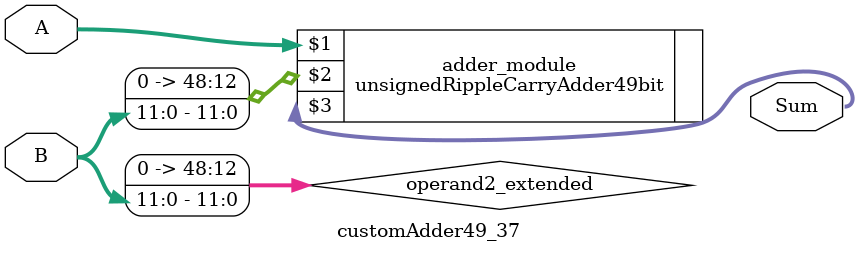
<source format=v>
module customAdder49_37(
                        input [48 : 0] A,
                        input [11 : 0] B,
                        
                        output [49 : 0] Sum
                );

        wire [48 : 0] operand2_extended;
        
        assign operand2_extended =  {37'b0, B};
        
        unsignedRippleCarryAdder49bit adder_module(
            A,
            operand2_extended,
            Sum
        );
        
        endmodule
        
</source>
